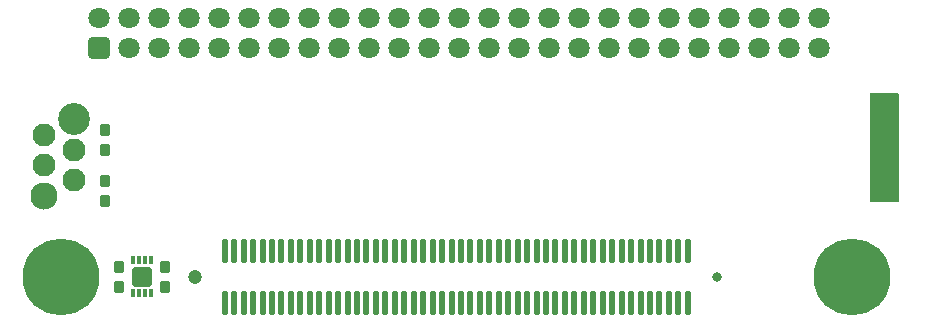
<source format=gts>
G04 #@! TF.GenerationSoftware,KiCad,Pcbnew,8.0.6*
G04 #@! TF.CreationDate,2024-11-07T02:26:50-08:00*
G04 #@! TF.ProjectId,hvd-50-idc,6876642d-3530-42d6-9964-632e6b696361,1*
G04 #@! TF.SameCoordinates,Original*
G04 #@! TF.FileFunction,Soldermask,Top*
G04 #@! TF.FilePolarity,Negative*
%FSLAX46Y46*%
G04 Gerber Fmt 4.6, Leading zero omitted, Abs format (unit mm)*
G04 Created by KiCad (PCBNEW 8.0.6) date 2024-11-07 02:26:50*
%MOMM*%
%LPD*%
G01*
G04 APERTURE LIST*
G04 Aperture macros list*
%AMRoundRect*
0 Rectangle with rounded corners*
0 $1 Rounding radius*
0 $2 $3 $4 $5 $6 $7 $8 $9 X,Y pos of 4 corners*
0 Add a 4 corners polygon primitive as box body*
4,1,4,$2,$3,$4,$5,$6,$7,$8,$9,$2,$3,0*
0 Add four circle primitives for the rounded corners*
1,1,$1+$1,$2,$3*
1,1,$1+$1,$4,$5*
1,1,$1+$1,$6,$7*
1,1,$1+$1,$8,$9*
0 Add four rect primitives between the rounded corners*
20,1,$1+$1,$2,$3,$4,$5,0*
20,1,$1+$1,$4,$5,$6,$7,0*
20,1,$1+$1,$6,$7,$8,$9,0*
20,1,$1+$1,$8,$9,$2,$3,0*%
G04 Aperture macros list end*
%ADD10C,0.800000*%
%ADD11C,1.200000*%
%ADD12RoundRect,0.125000X0.125000X0.925000X-0.125000X0.925000X-0.125000X-0.925000X0.125000X-0.925000X0*%
%ADD13RoundRect,0.225000X0.225000X-0.275000X0.225000X0.275000X-0.225000X0.275000X-0.225000X-0.275000X0*%
%ADD14RoundRect,0.225000X-0.225000X0.275000X-0.225000X-0.275000X0.225000X-0.275000X0.225000X0.275000X0*%
%ADD15C,6.500000*%
%ADD16RoundRect,0.062500X0.137500X-0.287500X0.137500X0.287500X-0.137500X0.287500X-0.137500X-0.287500X0*%
%ADD17RoundRect,0.265625X0.584375X-0.584375X0.584375X0.584375X-0.584375X0.584375X-0.584375X-0.584375X0*%
%ADD18C,2.300000*%
%ADD19C,2.700000*%
%ADD20C,1.950000*%
%ADD21RoundRect,0.264706X0.635294X-0.635294X0.635294X0.635294X-0.635294X0.635294X-0.635294X-0.635294X0*%
%ADD22C,1.800000*%
G04 APERTURE END LIST*
D10*
G04 #@! TO.C,J1*
X-15400000Y4000000D03*
D11*
X-59600000Y4000000D03*
D12*
X-57100000Y1800000D03*
X-57100000Y6200000D03*
X-56300000Y1800000D03*
X-56300000Y6200000D03*
X-55500000Y1800000D03*
X-55500000Y6200000D03*
X-54700000Y1800000D03*
X-54700000Y6200000D03*
X-53900000Y1800000D03*
X-53900000Y6200000D03*
X-53100000Y1800000D03*
X-53100000Y6200000D03*
X-52300000Y1800000D03*
X-52300000Y6200000D03*
X-51500000Y1800000D03*
X-51500000Y6200000D03*
X-50700000Y1800000D03*
X-50700000Y6200000D03*
X-49900000Y1800000D03*
X-49900000Y6200000D03*
X-49100000Y1800000D03*
X-49100000Y6200000D03*
X-48300000Y1800000D03*
X-48300000Y6200000D03*
X-47500000Y1800000D03*
X-47500000Y6200000D03*
X-46700000Y1800000D03*
X-46700000Y6200000D03*
X-45900000Y1800000D03*
X-45900000Y6200000D03*
X-45100000Y1800000D03*
X-45100000Y6200000D03*
X-44300000Y1800000D03*
X-44300000Y6200000D03*
X-43500000Y1800000D03*
X-43500000Y6200000D03*
X-42700000Y1800000D03*
X-42700000Y6200000D03*
X-41900000Y1800000D03*
X-41900000Y6200000D03*
X-41100000Y1800000D03*
X-41100000Y6200000D03*
X-40300000Y1800000D03*
X-40300000Y6200000D03*
X-39500000Y1800000D03*
X-39500000Y6200000D03*
X-38700000Y1800000D03*
X-38700000Y6200000D03*
X-37900000Y1800000D03*
X-37900000Y6200000D03*
X-37100000Y1800000D03*
X-37100000Y6200000D03*
X-36300000Y1800000D03*
X-36300000Y6200000D03*
X-35500000Y1800000D03*
X-35500000Y6200000D03*
X-34700000Y1800000D03*
X-34700000Y6200000D03*
X-33900000Y1800000D03*
X-33900000Y6200000D03*
X-33100000Y1800000D03*
X-33100000Y6200000D03*
X-32300000Y1800000D03*
X-32300000Y6200000D03*
X-31500000Y1800000D03*
X-31500000Y6200000D03*
X-30700000Y1800000D03*
X-30700000Y6200000D03*
X-29900000Y1800000D03*
X-29900000Y6200000D03*
X-29100000Y1800000D03*
X-29100000Y6200000D03*
X-28300000Y1800000D03*
X-28300000Y6200000D03*
X-27500000Y1800000D03*
X-27500000Y6200000D03*
X-26700000Y1800000D03*
X-26700000Y6200000D03*
X-25900000Y1800000D03*
X-25900000Y6200000D03*
X-25100000Y1800000D03*
X-25100000Y6200000D03*
X-24300000Y1800000D03*
X-24300000Y6200000D03*
X-23500000Y1800000D03*
X-23500000Y6200000D03*
X-22700000Y1800000D03*
X-22700000Y6200000D03*
X-21900000Y1800000D03*
X-21900000Y6200000D03*
X-21100000Y1800000D03*
X-21100000Y6200000D03*
X-20300000Y1800000D03*
X-20300000Y6200000D03*
X-19500000Y1800000D03*
X-19500000Y6200000D03*
X-18700000Y1800000D03*
X-18700000Y6200000D03*
X-17900000Y1800000D03*
X-17900000Y6200000D03*
G04 #@! TD*
D13*
G04 #@! TO.C,R3*
X-67200000Y10450000D03*
X-67200000Y12150000D03*
G04 #@! TD*
D14*
G04 #@! TO.C,R2*
X-67200000Y16450000D03*
X-67200000Y14750000D03*
G04 #@! TD*
D13*
G04 #@! TO.C,C1*
X-66050000Y3150000D03*
X-66050000Y4850000D03*
G04 #@! TD*
D15*
G04 #@! TO.C,H4*
X-4000000Y4000000D03*
G04 #@! TD*
D13*
G04 #@! TO.C,R1*
X-62150000Y3150000D03*
X-62150000Y4850000D03*
G04 #@! TD*
D16*
G04 #@! TO.C,U1*
X-64850001Y2600000D03*
X-64350000Y2600000D03*
X-63850000Y2600000D03*
X-63349999Y2600000D03*
X-63349999Y5400000D03*
X-63850000Y5400000D03*
X-64350000Y5400000D03*
X-64850001Y5400000D03*
D17*
X-64100000Y4000000D03*
G04 #@! TD*
D18*
G04 #@! TO.C,J3*
X-72440000Y10870000D03*
D19*
X-69900000Y17340000D03*
D20*
X-72440000Y16010000D03*
X-69900000Y14740000D03*
X-72440000Y13470000D03*
X-69900000Y12200000D03*
G04 #@! TD*
D15*
G04 #@! TO.C,H3*
X-71000000Y4000000D03*
G04 #@! TD*
D21*
G04 #@! TO.C,J2*
X-67760000Y23360000D03*
D22*
X-67760000Y25900000D03*
X-65220000Y23360000D03*
X-65220000Y25900000D03*
X-62680000Y23360000D03*
X-62680000Y25900000D03*
X-60140000Y23360000D03*
X-60140000Y25900000D03*
X-57600000Y23360000D03*
X-57600000Y25900000D03*
X-55060000Y23360000D03*
X-55060000Y25900000D03*
X-52520000Y23360000D03*
X-52520000Y25900000D03*
X-49980000Y23360000D03*
X-49980000Y25900000D03*
X-47440000Y23360000D03*
X-47440000Y25900000D03*
X-44900000Y23360000D03*
X-44900000Y25900000D03*
X-42360000Y23360000D03*
X-42360000Y25900000D03*
X-39820000Y23360000D03*
X-39820000Y25900000D03*
X-37280000Y23360000D03*
X-37280000Y25900000D03*
X-34740000Y23360000D03*
X-34740000Y25900000D03*
X-32200000Y23360000D03*
X-32200000Y25900000D03*
X-29660000Y23360000D03*
X-29660000Y25900000D03*
X-27120000Y23360000D03*
X-27120000Y25900000D03*
X-24580000Y23360000D03*
X-24580000Y25900000D03*
X-22040000Y23360000D03*
X-22040000Y25900000D03*
X-19500000Y23360000D03*
X-19500000Y25900000D03*
X-16960000Y23360000D03*
X-16960000Y25900000D03*
X-14420000Y23360000D03*
X-14420000Y25900000D03*
X-11880000Y23360000D03*
X-11880000Y25900000D03*
X-9340000Y23360000D03*
X-9340000Y25900000D03*
X-6800000Y23360000D03*
X-6800000Y25900000D03*
G04 #@! TD*
G36*
X-56961Y19530315D02*
G01*
X-11206Y19477511D01*
X0Y19426000D01*
X0Y10474000D01*
X-19685Y10406961D01*
X-72489Y10361206D01*
X-124000Y10350000D01*
X-2376000Y10350000D01*
X-2443039Y10369685D01*
X-2488794Y10422489D01*
X-2500000Y10474000D01*
X-2500000Y19426000D01*
X-2480315Y19493039D01*
X-2427511Y19538794D01*
X-2376000Y19550000D01*
X-124000Y19550000D01*
X-56961Y19530315D01*
G37*
M02*

</source>
